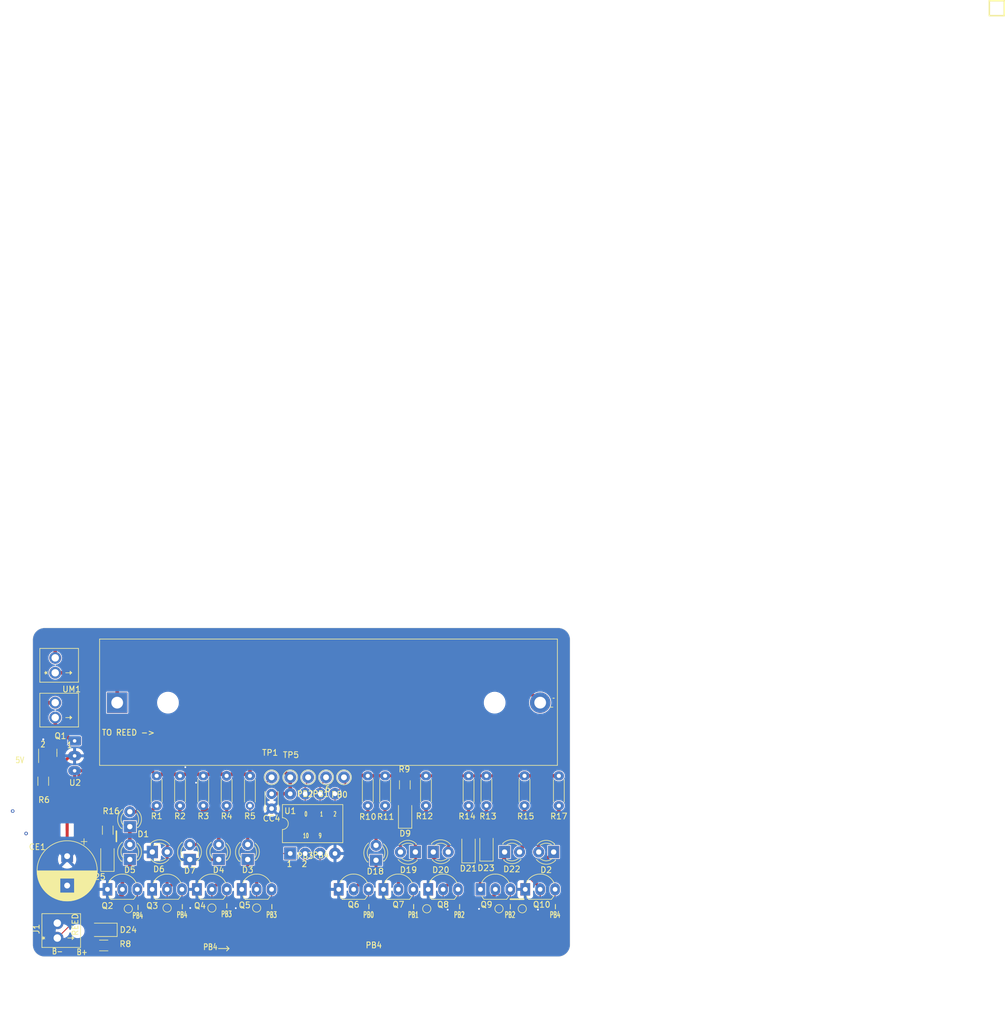
<source format=kicad_pcb>
(kicad_pcb (version 20211014) (generator pcbnew)
  (title_block (title "Fairy Box") (date "2022-09-25") (rev "v0.1") (company "Mico Pico") (comment 1 "This is the best"))
  (layers (0 "F.Cu" signal "Front") (31 "B.Cu" signal "Back") (36 "B.SilkS" user "B.Silkscreen") (37 "F.SilkS" user "F.Silkscreen") (38 "B.Mask" user) (39 "F.Mask" user) (44 "Edge.Cuts" user))
  (net 0 "")
  (net 1 "GND")
  (net 2 "Net-(D4-Pad1)")
  (net 3 "/Q9_COL")
  (net 4 "/Q5_COL")
  (net 5 "/D20_AN")
  (net 6 "+5V")
  (net 7 "/Q4_COL")
  (net 8 "/D5_AN")
  (net 9 "/D1_AN")
  (net 10 "/Q2_COL")
  (net 11 "/D18_AN")
  (net 12 "/Q6_COL")
  (net 13 "/D2_AN")
  (net 14 "/Q7_COL")
  (net 15 "/D21_AN")
  (net 16 "/Q8_COL")
  (net 17 "/REED_RETURN")
  (net 18 "/D22_AN")
  (net 19 "/D23_AN")
  (net 20 "/D19_AN")
  (net 21 "/Q10_COL")
  (net 22 "/D3_AN")
  (net 23 "/LI-ION_NEG")
  (net 24 "/D9_AN")
  (net 25 "/Q1_BASE")
  (net 26 "/D24_AN")
  (net 27 "/CHARGE BOARD OUT B+")
  (net 28 "/CHARGE BOARD OUT B-")
  (net 29 "/MCU GPIO4")
  (net 30 "/MCU GPIO3")
  (net 31 "/MCU GPIO0 MOSI")
  (net 32 "/D25_AN")
  (net 33 "/MCU GPIO1 MISO")
  (net 34 "/MCU RST")
  (net 35 "/LI-ION_POS")
  (net 36 "/MCU GPIO2 SCK")
  (net 37 "/D6_AN")
  (footprint "TestPoint:TestPoint_Pad_D1.0mm" (layer "F.Cu") (at 67.056 98.552)
    (fp_text reference "TP8" hide)
    (fp_text value "Q2_TP" hide)
  )
  (footprint "Package_TO_SOT_THT:TO-92L_Inline_Wide" (layer "F.Cu") (at 71.11 95.25)
    (fp_text reference "Q3")
    (fp_text value locked "C114")
  )
  (footprint "Package_TO_SOT_THT:TO-92L_Inline_Wide" (layer "F.Cu") (at 118.1 95.25)
    (fp_text reference "Q8")
    (fp_text value locked "C114")
  )
  (footprint "UltraLibrary:Via-GND" (layer "F.Cu") (at 76.7588 74.4728)
    (fp_text reference "JP5" hide)
    (fp_text value "ViaGND" hide)
  )
  (footprint "Capacitor_THT:CP_Radial_D10.0mm_P5.00mm" (layer "F.Cu") (at 56.642 89.605723 -90)
    (fp_text reference "CE1")
    (fp_text value locked "2200uF")
  )
  (footprint "Package_TO_SOT_SMD:SOT-23" (layer "F.Cu") (at 53.34 72.0344 90)
    (fp_text reference "Q1")
    (fp_text value locked "SI2302")
  )
  (footprint "UltraLibrary:LED_D3.0mm-DRC-larger-silk-footprint" (layer "F.Cu") (at 67.31 84.587 90)
    (fp_text reference "D1")
    (fp_text value locked "RED")
  )
  (footprint "Connector_Pin:Pin_D1.0mm_L10.0mm" (layer "F.Cu") (at 97.663 76.2)
    (fp_text reference "TP2" hide)
    (fp_text value locked "SCK")
  )
  (footprint "Resistor_THT:R_Axial_DIN0204_L3.6mm_D1.6mm_P5.08mm_Horizontal" (layer "F.Cu") (at 71.882 75.946 -90)
    (fp_text reference "R1")
    (fp_text value locked "68R")
  )
  (footprint "UltraLibrary:PTH-Test_Point" (layer "F.Cu") (at 77.597 98.425)
    (fp_text reference "JP2" hide)
    (fp_text value "ViaGND" hide)
  )
  (footprint "Resistor_SMD:R_1206_3216Metric" (layer "F.Cu") (at 62.865 104.8004)
    (fp_text reference "R8")
    (fp_text value "??R")
  )
  (footprint "UltraLibrary:PTH-Test_Point" (layer "F.Cu") (at 136.779 98.7044)
    (fp_text reference "JP7" hide)
    (fp_text value "ViaGND" hide)
  )
  (footprint "UltraLibrary:HW-107 2.54mm terminals" (layer "F.Cu") (at 57.15 66.04 90)
    (fp_text reference "UM1")
    (fp_text value "HW-107" hide)
  )
  (footprint "UltraLibrary:LED_D3.0mm-DRC-larger-silk-footprint" (layer "F.Cu") (at 131.101665 88.9)
    (fp_text reference "D22")
    (fp_text value locked "BLUE UV")
  )
  (footprint "UltraLibrary:PTH-Test_Point" (layer "F.Cu") (at 85.344 98.4504)
    (fp_text reference "JP6" hide)
    (fp_text value "ViaGND" hide)
  )
  (footprint "UltraLibrary:Via-GND" (layer "F.Cu") (at 78.5876 77.1144)
    (fp_text reference "JP1" hide)
    (fp_text value "ViaGND" hide)
  )
  (footprint "Resistor_THT:R_Axial_DIN0204_L3.6mm_D1.6mm_P5.08mm_Horizontal" (layer "F.Cu") (at 117.721 75.946 -90)
    (fp_text reference "R12")
    (fp_text value locked "100R")
  )
  (footprint "Connector_Pin:Pin_D1.0mm_L10.0mm" (layer "F.Cu") (at 91.44 76.2)
    (fp_text reference "TP1")
    (fp_text value locked "RST")
  )
  (footprint "Connector_Pin:Pin_D1.0mm_L10.0mm" (layer "F.Cu") (at 103.759 76.2)
    (fp_text reference "TP4" hide)
    (fp_text value locked "MOSI")
  )
  (footprint "UltraLibrary:LED_D3.0mm-DRC-larger-silk-footprint" (layer "F.Cu") (at 82.447 90.17 90)
    (fp_text reference "D4")
    (fp_text value locked "RED")
  )
  (footprint "Resistor_THT:R_Axial_DIN0204_L3.6mm_D1.6mm_P5.08mm_Horizontal" (layer "F.Cu") (at 75.85075 75.946 -90)
    (fp_text reference "R2")
    (fp_text value locked "150R")
  )
  (footprint "TestPoint:TestPoint_Pad_D1.0mm" (layer "F.Cu") (at 117.856 98.552)
    (fp_text reference "TP10" hide)
    (fp_text value "Q8_COL_TP" hide)
  )
  (footprint "UltraLibrary:LED_D3.0mm-DRC-larger-silk-footprint" (layer "F.Cu") (at 115.9193 88.9 180)
    (fp_text reference "D19")
    (fp_text value locked "BLUE")
  )
  (footprint "Resistor_THT:R_Axial_DIN0204_L3.6mm_D1.6mm_P5.08mm_Horizontal" (layer "F.Cu") (at 128.016 75.946 -90)
    (fp_text reference "R13")
    (fp_text value locked "470R")
  )
  (footprint "Resistor_THT:R_Axial_DIN0204_L3.6mm_D1.6mm_P5.08mm_Horizontal" (layer "F.Cu") (at 140.335 75.946 -90)
    (fp_text reference "R17")
    (fp_text value locked "150R")
  )
  (footprint "TestPoint:TestPoint_Pad_D1.0mm" (layer "F.Cu") (at 130.1496 98.552)
    (fp_text reference "TP11" hide)
    (fp_text value "Q9_COL_TP" hide)
  )
  (footprint "Connector_Pin:Pin_D1.0mm_L10.0mm" (layer "F.Cu") (at 94.615 76.2)
    (fp_text reference "TP5")
    (fp_text value locked "VCC")
  )
  (footprint "TestPoint:TestPoint_Pad_D1.0mm" (layer "F.Cu") (at 88.9 98.425)
    (fp_text reference "TP9" hide)
    (fp_text value "Q5_COL TP")
  )
  (footprint "TestPoint:TestPoint_Pad_D1.0mm" (layer "F.Cu") (at 81.28 98.425)
    (fp_text reference "TP6" hide)
    (fp_text value "TPP" hide)
  )
  (footprint "UltraLibrary:LED_D3.0mm-DRC-larger-silk-footprint" (layer "F.Cu") (at 139.451 88.9 180)
    (fp_text reference "D2")
    (fp_text value locked "RED")
  )
  (footprint "UltraLibrary:LED_D3.0mm-DRC-larger-silk-footprint" (layer "F.Cu") (at 87.376 90.17 90)
    (fp_text reference "D3")
    (fp_text value locked "BLUE")
  )
  (footprint "Package_TO_SOT_THT:TO-92L_Inline_Wide" (layer "F.Cu") (at 102.87 95.25)
    (fp_text reference "Q6")
    (fp_text value locked "C114")
  )
  (footprint "UltraLibrary:Via-GND" (layer "F.Cu") (at 47.371 81.9404)
    (fp_text reference "JP9" hide)
    (fp_text value "ViaGND" hide)
  )
  (footprint "UltraLibrary:LED_D3.0mm-DRC-larger-silk-footprint" (layer "F.Cu") (at 109.22 90.302 90)
    (fp_text reference "D18")
    (fp_text value locked "YELLOW")
  )
  (footprint "Resistor_THT:R_Axial_DIN0204_L3.6mm_D1.6mm_P5.08mm_Horizontal" (layer "F.Cu") (at 110.763 75.946 -90)
    (fp_text reference "R11")
    (fp_text value locked "100R")
  )
  (footprint "Package_TO_SOT_THT:TO-92L_Inline_Wide" (layer "F.Cu") (at 110.485 95.25)
    (fp_text reference "Q7")
    (fp_text value locked "C114")
  )
  (footprint "Package_TO_SOT_THT:TO-92L_Inline_Wide" (layer "F.Cu") (at 78.74 95.25)
    (fp_text reference "Q4")
    (fp_text value locked "C114")
  )
  (footprint "Package_TO_SOT_THT:TO-92L_Inline_Wide" (layer "F.Cu") (at 86.36 95.25)
    (fp_text reference "Q5")
    (fp_text value locked "C114")
  )
  (footprint "Package_TO_SOT_THT:TO-92L_Inline_Wide" (layer "F.Cu") (at 134.62 95.25)
    (fp_text reference "Q10")
    (fp_text value locked "C114")
  )
  (footprint "Diode_SMD:D_1206_3216Metric" (layer "F.Cu") (at 63.5 89.916 90)
    (fp_text reference "D25")
    (fp_text value "RED")
  )
  (footprint "Resistor_THT:R_Axial_DIN0204_L3.6mm_D1.6mm_P5.08mm_Horizontal" (layer "F.Cu") (at 87.757 81.026 90)
    (fp_text reference "R5")
    (fp_text value locked "10K")
  )
  (footprint "UltraLibrary:LED_D3.0mm-DRC-larger-silk-footprint" (layer "F.Cu") (at 118.9686 88.9)
    (fp_text reference "D20")
    (fp_text value locked "BLUE UV")
  )
  (footprint "UltraLibrary:KF128-2P" (layer "F.Cu") (at 55.7276 103.5304 90)
    (fp_text reference "J1")
    (fp_text value "REED")
  )
  (footprint "Connector_Pin:Pin_D1.0mm_L10.0mm" (layer "F.Cu") (at 100.711 76.2)
    (fp_text reference "TP3" hide)
    (fp_text value locked "MISO")
  )
  (footprint "UltraLibrary:LED_D3.0mm-DRC-larger-silk-footprint" (layer "F.Cu") (at 71.139 88.895)
    (fp_text reference "D6")
    (fp_text value locked "BLUE")
  )
  (footprint "UltraLibrary:LED_D3.0mm-DRC-larger-silk-footprint" (layer "F.Cu") (at 77.518 90.17 90)
    (fp_text reference "D7")
    (fp_text value locked "RED")
  )
  (footprint "TestPoint:TestPoint_Pad_D1.0mm" (layer "F.Cu") (at 134.112 98.552)
    (fp_text reference "TP12" hide)
    (fp_text value "Q10_COL_TP" hide)
  )
  (footprint "Resistor_SMD:R_1206_3216Metric" (layer "F.Cu") (at 63.5508 85.1916 -90)
    (fp_text reference "R16")
    (fp_text value locked "??R")
  )
  (footprint "Battery:18650 battery sled 1x" (layer "F.Cu") (at 65.16 62.738)
    (fp_text reference "BAT1" hide)
    (fp_text value locked "3.7 V")
  )
  (footprint "UltraLibrary:PTH-Test_Point" (layer "F.Cu") (at 121.412 98.7044)
    (fp_text reference "JP4" hide)
    (fp_text value "ViaGND" hide)
  )
  (footprint "Resistor_THT:R_Axial_DIN0204_L3.6mm_D1.6mm_P5.08mm_Horizontal" (layer "F.Cu") (at 83.78825 75.946 -90)
    (fp_text reference "R4")
    (fp_text value locked "150R")
  )
  (footprint "Resistor_SMD:R_1206_3216Metric" (layer "F.Cu") (at 52.578 76.8604 90)
    (fp_text reference "R6")
    (fp_text value "1K")
  )
  (footprint "Resistor_THT:R_Axial_DIN0204_L3.6mm_D1.6mm_P5.08mm_Horizontal" (layer "F.Cu") (at 134.493 75.946 -90)
    (fp_text reference "R15")
    (fp_text value locked "100R")
  )
  (footprint "Diode_SMD:D_1206_3216Metric" (layer "F.Cu") (at 128.016 88.1664 90)
    (fp_text reference "D23")
    (fp_text value "RED")
  )
  (footprint "Package_TO_SOT_THT:TO-92L_Inline_Wide" (layer "F.Cu") (at 63.5 95.25)
    (fp_text reference "Q2")
    (fp_text value locked "C114")
  )
  (footprint "TestPoint:TestPoint_Pad_D1.0mm" (layer "F.Cu") (at 73.66 98.425)
    (fp_text reference "TP7" hide)
    (fp_text value "Q3_COL TP" hide)
  )
  (footprint "UltraLibrary:PTH-Test_Point" (layer "F.Cu") (at 126.746 98.5774)
    (fp_text reference "JP8" hide)
    (fp_text value "ViaGND" hide)
  )
  (footprint "Resistor_SMD:R_1206_3216Metric" (layer "F.Cu") (at 114.123 77.4734 -90)
    (fp_text reference "R9")
    (fp_text value "??R")
  )
  (footprint "Resistor_THT:R_Axial_DIN0204_L3.6mm_D1.6mm_P5.08mm_Horizontal" (layer "F.Cu") (at 107.815 75.946 -90)
    (fp_text reference "R10")
    (fp_text value locked "100R")
  )
  (footprint "Resistor_THT:R_Axial_DIN0204_L3.6mm_D1.6mm_P5.08mm_Horizontal" (layer "F.Cu") (at 79.8195 75.946 -90)
    (fp_text reference "R3")
    (fp_text value locked "47R")
  )
  (footprint "UltraLibrary:Via-GND" (layer "F.Cu") (at 49.657 85.7504)
    (fp_text reference "JP3" hide)
    (fp_text value "ViaGND" hide)
  )
  (footprint "Capacitor_THT:C_Disc_D3.0mm_W2.0mm_P2.50mm" (layer "F.Cu") (at 91.44 79.014 -90)
    (fp_text reference "CC4")
    (fp_text value locked "0.22uF")
  )
  (footprint "UltraLibrary:3p-P2.54mm-big-pad-wire-holes" (layer "F.Cu") (at 57.912 70.0024 -90)
    (fp_text reference "U2")
    (fp_text value locked "CJ7032")
  )
  (footprint "Diode_SMD:D_1206_3216Metric" (layer "F.Cu") (at 62.865 102.1334 180)
    (fp_text reference "D24")
    (fp_text value "BLUE")
  )
  (footprint "Diode_SMD:D_1206_3216Metric" (layer "F.Cu") (at 114.173 82.5754 90)
    (fp_text reference "D9")
    (fp_text value "BLUE")
  )
  (footprint "UltraLibrary:LED_D3.0mm-DRC-larger-silk-footprint" (layer "F.Cu") (at 67.31 90.17 90)
    (fp_text reference "D5")
    (fp_text value locked "RED")
  )
  (footprint "Package_DIP:DIP-8_W10.16mm" (layer "F.Cu") (at 94.615 89.154 90)
    (fp_text reference "U1")
    (fp_text value locked "ATTINY85")
  )
  (footprint "Package_TO_SOT_THT:TO-92L_Inline_Wide" (layer "F.Cu") (at 126.99 95.25)
    (fp_text reference "Q9")
    (fp_text value locked "C114")
  )
  (footprint "Resistor_THT:R_Axial_DIN0204_L3.6mm_D1.6mm_P5.08mm_Horizontal" (layer "F.Cu") (at 124.968 75.946 -90)
    (fp_text reference "R14")
    (fp_text value locked "150R")
  )
  (footprint "Diode_SMD:D_1206_3216Metric_Pad1.42x1.75mm_HandSolder" (layer "F.Cu") (at 124.968 88.2904 90)
    (fp_text reference "D21")
    (fp_text value "BLUE")
  )
  (gr_line (start 132.08 96.9264) (end 134.366 96.9264) (layer "F.SilkS") (width 0.254))
  (gr_line (start 76.2508 98.5774) (end 76.2508 97.8154) (layer "F.SilkS") (width 0.153))
  (gr_line (start 123.444 98.5774) (end 123.444 97.8154) (layer "F.SilkS") (width 0.153))
  (gr_line (start 65.024 85.344) (end 65.024 87.122) (layer "F.SilkS") (width 0.254))
  (gr_line (start 83.8073 104.9401) (end 84.1883 105.3211) (layer "F.SilkS") (width 0.153))
  (gr_line (start 82.4103 105.3211) (end 84.1883 105.3211) (layer "F.SilkS") (width 0.153))
  (gr_line (start 91.4908 98.5774) (end 91.4908 97.8154) (layer "F.SilkS") (width 0.153))
  (gr_line (start 115.6208 98.5774) (end 115.6208 97.8154) (layer "F.SilkS") (width 0.153))
  (gr_line (start 139.7508 98.5774) (end 139.7508 97.8154) (layer "F.SilkS") (width 0.153))
  (gr_line (start 108.0008 98.5774) (end 108.0008 97.8154) (layer "F.SilkS") (width 0.153))
  (gr_rect (start 216.154 -53.34) (end 213.614 -55.88) (layer "F.SilkS") (width 0.254) (fill none))
  (gr_line (start 68.707 98.7044) (end 68.707 97.9424) (layer "F.SilkS") (width 0.153))
  (gr_line (start 132.08 98.5774) (end 132.08 97.8154) (layer "F.SilkS") (width 0.153))
  (gr_line (start 83.82 98.4504) (end 83.82 97.6884) (layer "F.SilkS") (width 0.153))
  (gr_line (start 83.7946 105.7148) (end 84.1756 105.3338) (layer "F.SilkS") (width 0.153))
  (gr_line (start 142.24 104.68) (end 142.24 52.8) (layer "Edge.Cuts") (width 0.0381))
  (gr_arc (start 50.8 52.8) (mid 51.385786 51.385786) (end 52.8 50.8) (layer "Edge.Cuts") (width 0.0381))
  (gr_arc (start 52.8 106.68) (mid 51.385275 106.094725) (end 50.8 104.68) (layer "Edge.Cuts") (width 0.0381))
  (gr_line (start 140.24 50.8) (end 52.8 50.8) (layer "Edge.Cuts") (width 0.0381))
  (gr_arc (start 140.24 50.8) (mid 141.654214 51.385786) (end 142.24 52.8) (layer "Edge.Cuts") (width 0.0381))
  (gr_line (start 50.8 52.8) (end 50.8 104.68) (layer "Edge.Cuts") (width 0.0381))
  (gr_arc (start 142.24 104.68) (mid 141.645042 106.085042) (end 140.24 106.68) (layer "Edge.Cuts") (width 0.0381))
  (gr_line (start 140.24 106.68) (end 52.8 106.68) (layer "Edge.Cuts") (width 0.0381))
  (gr_text "PB0" (at 102.997 79.1464) (layer "F.SilkS") (effects (font (size 1 0.93) (thickness 0.155))))
  (gr_text "TO REED ->" (at 67.056 68.58) (layer "F.SilkS") (effects (font (size 1 0.93) (thickness 0.155))))
  (gr_text "PB4" (at 68.6562 99.7204) (layer "F.SilkS") (effects (font (size 1 0.6))))
  (gr_text "10" (at 97.282 86.1314) (layer "F.SilkS") (effects (font (size 0.8 0.5) (thickness 0.125))))
  (gr_text "2" (at 97.028 90.932) (layer "F.SilkS") (effects (font (size 1 0.93) (thickness 0.155))))
  (gr_text "PB3" (at 97.155 89.5604) (layer "F.SilkS") (effects (font (size 1 0.93) (thickness 0.155))))
  (gr_text "5V" (at 48.5902 73.279) (layer "F.SilkS") (effects (font (size 1 0.8128) (thickness 0.153))))
  (gr_text "1" (at 99.949 82.4484) (layer "F.SilkS") (effects (font (size 0.8 0.5) (thickness 0.125))))
  (gr_text "PB3" (at 83.7692 99.4664) (layer "F.SilkS") (effects (font (size 1 0.6))))
  (gr_text "B+" (at 59.182 105.918) (layer "F.SilkS") (effects (font (size 1 0.8128) (thickness 0.153))))
  (gr_text "6" (at 100.9904 78.1812) (layer "F.SilkS") (effects (font (size 1 0.93) (thickness 0.155))))
  (gr_text "PB4" (at 76.2 99.5934) (layer "F.SilkS") (effects (font (size 1 0.6))))
  (gr_text "2" (at 102.235 82.4484) (layer "F.SilkS") (effects (font (size 0.8 0.5) (thickness 0.125))))
  (gr_text "9" (at 99.695 86.1314) (layer "F.SilkS") (effects (font (size 0.8 0.5) (thickness 0.125))))
  (gr_text "PB3" (at 91.44 99.5934) (layer "F.SilkS") (effects (font (size 1 0.6))))
  (gr_text "PB4" (at 108.839 104.7496) (layer "F.SilkS") (effects (font (size 1 0.93) (thickness 0.155))))
  (gr_text "1" (at 94.488 90.932) (layer "F.SilkS") (effects (font (size 1 0.93) (thickness 0.155))))
  (gr_text "PB4" (at 139.7 99.5934) (layer "F.SilkS") (effects (font (size 1 0.6))))
  (gr_text "PB2" (at 132.0292 99.5934) (layer "F.SilkS") (effects (font (size 1 0.6))))
  (gr_text "PB2" (at 123.3932 99.5934) (layer "F.SilkS") (effects (font (size 1 0.6))))
  (gr_text "PB2" (at 97.155 79.0194) (layer "F.SilkS") (effects (font (size 1 0.93) (thickness 0.155))))
  (gr_text "B-" (at 54.991 105.791) (layer "F.SilkS") (effects (font (size 1 0.8128) (thickness 0.153))))
  (gr_text "PB4" (at 81.026 105.0544) (layer "F.SilkS") (effects (font (size 1 0.8128) (thickness 0.153))))
  (gr_text "PB1" (at 115.57 99.5934) (layer "F.SilkS") (effects (font (size 1 0.6))))
  (gr_text "1" (at 57.0484 70.7136) (layer "F.SilkS") (effects (font (size 1 0.8128) (thickness 0.153))))
  (gr_text "2" (at 52.5272 70.5866) (layer "F.SilkS") (effects (font (size 1 0.8128) (thickness 0.153))))
  (gr_text "PB4" (at 99.822 89.4334) (layer "F.SilkS") (effects (font (size 1 0.93) (thickness 0.155))))
  (gr_text "PB1" (at 99.822 79.0194) (layer "F.SilkS") (effects (font (size 1 0.93) (thickness 0.155))))
  (gr_text "0" (at 97.282 82.4484) (layer "F.SilkS") (effects (font (size 0.8 0.5) (thickness 0.125))))
  (gr_text "PB0" (at 107.95 99.5934) (layer "F.SilkS") (effects (font (size 1 0.6))))
  (segment (start 55.626 74.0664) (end 55.626 79.6544) (width 0.508) (layer "F.Cu") (net 1))
  (segment (start 55.626 79.6544) (end 54.102 81.4324) (width 0.508) (layer "F.Cu") (net 1))
  (segment (start 54.102 92.065723) (end 56.642 94.605723) (width 0.508) (layer "F.Cu") (net 1))
  (segment (start 54.102 81.4324) (end 54.102 92.065723) (width 0.508) (layer "F.Cu") (net 1))
  (segment (start 57.15 72.5424) (end 55.626 74.0664) (width 0.508) (layer "F.Cu") (net 1))
  (segment (start 53.34 70.5104) (end 53.34 71.0969) (width 0.508) (layer "F.Cu") (net 1))
  (segment (start 52.578 69.7484) (end 53.34 70.5104) (width 0.508) (layer "F.Cu") (net 1))
  (via (at 52.578 69.7484) (size 0.9) (drill 0.35) (layers "F.Cu" "B.Cu") (net 1))
  (segment (start 82.447 90.17) (end 80.9752 90.17) (width 0.508) (layer "F.Cu") (net 2))
  (segment (start 80.1116 88.4428) (end 79.2988 87.63) (width 0.508) (layer "F.Cu") (net 2))
  (segment (start 80.9752 90.17) (end 80.1116 89.3064) (width 0.508) (layer "F.Cu") (net 2))
  (segment (start 80.1116 89.3064) (end 80.1116 88.4428) (width 0.508) (layer "F.Cu") (net 2))
  (segment (start 79.2988 87.63) (end 77.518 87.63) (width 0.508) (layer "F.Cu") (net 2))
  (segment (start 129.53 96.0728) (end 129.53 95.25) (width 0.508) (layer "F.Cu") (net 3))
  (segment (start 125.2728 93.6752) (end 125.2728 97.1804) (width 0.508) (layer "F.Cu") (net 3))
  (segment (start 125.2728 97.1804) (end 125.6284 97.536) (width 0.508) (layer "F.Cu") (net 3))
  (segment (start 135.8696 92.4814) (end 126.4666 92.4814) (width 0.508) (layer "F.Cu") (net 3))
  (segment (start 125.6284 97.536) (end 128.0668 97.536) (width 0.508) (layer "F.Cu") (net 3))
  (segment (start 126.4666 92.4814) (end 125.2728 93.6752) (width 0.508) (layer "F.Cu") (net 3))
  (segment (start 128.0668 97.536) (end 129.53 96.0728) (width 0.508) (layer "F.Cu") (net 3))
  (segment (start 130.1496 98.552) (end 130.1496 95.8696) (width 0.15) (layer "F.Cu") (net 3))
  (segment (start 139.451 88.9) (end 135.8696 92.4814) (width 0.508) (layer "F.Cu") (net 3))
  (segment (start 88.9 93.4212) (end 88.9 95.25) (width 0.508) (layer "F.Cu") (net 4))
  (segment (start 87.376 91.8972) (end 88.9 93.4212) (width 0.508) (layer "F.Cu") (net 4))
  (segment (start 88.9 98.425) (end 88.9 95.25) (width 0.2) (layer "F.Cu") (net 4))
  (segment (start 87.376 90.17) (end 87.376 91.8972) (width 0.508) (layer "F.Cu") (net 4))
  (segment (start 117.729 81.153) (end 117.729 83.693) (width 0.6) (layer "F.Cu") (net 5))
  (segment (start 117.729 83.693) (end 121.5086 87.4726) (width 0.6) (layer "F.Cu") (net 5))
  (segment (start 121.5086 88.9) (end 121.5086 87.4726) (width 0.6) (layer "F.Cu") (net 5))
  (segment (start 88.392 73.787) (end 92.329 73.787) (width 0.6) (layer "F.Cu") (net 6))
  (segment (start 91.46 78.994) (end 94.615 78.994) (width 0.6) (layer "F.Cu") (net 6))
  (segment (start 117.721 75.946) (end 140.335 75.946) (width 0.508) (layer "F.Cu") (net 6))
  (segment (start 61.341 104.8004) (end 59.944 103.4034) (width 0.508) (layer "F.Cu") (net 6))
  (segment (start 56.642 85.160723) (end 56.642 83.8454) (width 0.508) (layer "F.Cu") (net 6))
  (segment (start 106.9594 75.946) (end 104.8004 73.787) (width 0.508) (layer "F.Cu") (net 6))
  (segment (start 56.642 83.8454) (end 56.642 89.605723) (width 0.508) (layer "F.Cu") (net 6))
  (segment (start 71.0184 75.0824) (end 71.882 75.946) (width 0.508) (layer "F.Cu") (net 6))
  (segment (start 87.757 74.422) (end 87.757 75.946) (width 0.6) (layer "F.Cu") (net 6))
  (segment (start 61.468 85.1916) (end 62.9305 83.7291) (width 0.508) (layer "F.Cu") (net 6))
  (segment (start 59.944 101.2444) (end 61.468 99.7204) (width 0.508) (layer "F.Cu") (net 6))
  (segment (start 92.329 73.787) (end 104.8004 73.787) (width 0.6) (layer "F.Cu") (net 6))
  (segment (start 59.944 103.4034) (end 59.944 101.2444) (width 0.508) (layer "F.Cu") (net 6))
  (segment (start 56.642 77.4954) (end 57.912 76.2254) (width 0.508) (layer "F.Cu") (net 6))
  (segment (start 57.912 76.2254) (end 57.912 75.0824) (width 0.508) (layer "F.Cu") (net 6))
  (segment (start 88.392 73.787) (end 87.757 74.422) (width 0.6) (layer "F.Cu") (net 6))
  (segment (start 61.468 99.7204) (end 61.468 85.1916) (width 0.508) (layer "F.Cu") (net 6))
  (segment (start 117.721 75.946) (end 107.815 75.946) (width 0.508) (layer "F.Cu") (net 6))
  (segment (start 63.5 80.6704) (end 57.912 75.0824) (width 0.508) (layer "F.Cu") (net 6))
  (segment (start 92.329 73.787) (end 92.329 73.914) (width 0.6) (layer "F.Cu") (net 6))
  (segment (start 94.615 78.994) (end 94.615 76.2) (width 0.6) (layer "F.Cu") (net 6))
  (segment (start 57.912 75.0824) (end 71.0184 75.0824) (width 0.508) (layer "F.Cu") (net 6))
  (segment (start 140.335 75.946) (end 134.493 75.946) (width 0.6) (layer "F.Cu") (net 6))
  (segment (start 56.642 83.8454) (end 56.642 77.4954) (width 0.508) (layer "F.Cu") (net 6))
  (segment (start 63.5 83.6783) (end 63.5 80.6704) (width 0.508) (layer "F.Cu") (net 6))
  (segment (start 63.5508 83.7291) (end 63.5 83.6783) (width 0.508) (layer "F.Cu") (net 6))
  (segment (start 92.329 73.914) (end 94.615 76.2) (width 0.6) (layer "F.Cu") (net 6))
  (segment (start 110.763 75.946) (end 107.815 75.946) (width 0.6) (layer "F.Cu") (net 6))
  (segment (start 107.815 75.946) (end 106.9594 75.946) (width 0.508) (layer "F.Cu") (net 6))
  (segment (start 71.76 75.667) (end 87.478 75.667) (width 0.6) (layer "F.Cu") (net 6))
  (segment (start 81.28 98.425) (end 81.28 95.25) (width 0.2) (layer "F.Cu") (net 7))
  (segment (start 79.6925 82.2579) (end 80.2132 81.7372) (width 0.508) (layer "F.Cu") (net 7))
  (segment (start 79.6925 82.0039) (end 79.6925 82.2833) (width 0.6) (layer "F.Cu") (net 7))
  (segment (start 84.9376 86.1441) (end 79.8195 81.026) (width 0.508) (layer "F.Cu") (net 7))
  (segment (start 79.6925 82.2833) (end 79.6925 82.2579) (width 0.508) (layer "F.Cu") (net 7))
  (segment (start 81.28 95.25) (end 84.9376 91.5924) (width 0.508) (layer "F.Cu") (net 7))
  (segment (start 82.447 85.495) (end 82.447 87.225) (width 0.6) (layer "F.Cu") (net 7))
  (segment (start 79.6925 80.747) (end 79.6925 82.0039) (width 0.6) (layer "F.Cu") (net 7))
  (segment (start 79.6925 82.2833) (end 79.6925 82.7405) (width 0.6) (layer "F.Cu") (net 7))
  (segment (start 79.6925 82.7405) (end 82.447 85.495) (width 0.6) (layer "F.Cu") (net 7))
  (segment (start 84.9376 91.5924) (end 84.9376 86.1441) (width 0.508) (layer "F.Cu") (net 7))
  (segment (start 67.31 87.63) (end 67.31 84.587) (width 0.6) (layer "F.Cu") (net 8))
  (segment (start 67.31 82.047) (end 70.861 82.047) (width 0.6) (layer "F.Cu") (net 9))
  (segment (start 70.861 82.047) (end 71.882 81.026) (width 0.6) (layer "F.Cu") (net 9))
  (segment (start 67.31 92.71) (end 67.31 90.17) (width 0.6) (layer "F.Cu") (net 10))
  (segment (start 65.7972 93.6132) (end 65.8592 93.6752) (width 0.508) (layer "F.Cu") (net 10))
  (segment (start 66.04 96.52) (end 65.532 96.52) (width 0.508) (layer "F.Cu") (net 10))
  (segment (start 66.04 93.856) (end 65.7972 93.6132) (width 0.508) (layer "F.Cu") (net 10))
  (segment (start 66.04 95.25) (end 66.04 96.52) (width 0.508) (layer "F.Cu") (net 10))
  (segment (start 66.04 95.25) (end 66.04 93.98) (width 0.6) (layer "F.Cu") (net 10))
  (segment (start 64.265 97.787) (end 65.532 96.52) (width 0.508) (layer "F.Cu") (net 10))
  (segment (start 66.04 97.536) (end 67.056 98.552) (width 0.508) (layer "F.Cu") (net 10))
  (segment (start 66.04 93.98) (end 66.3448 93.6752) (width 0.6) (layer "F.Cu") (net 10))
  (segment (start 65.7972 93.6132) (end 63.5 91.316) (width 0.508) (layer "F.Cu") (net 10))
  (segment (start 66.3448 93.6752) (end 67.31 92.71) (width 0.6) (layer "F.Cu") (net 10))
  (segment (start 65.8592 93.6752) (end 66.3448 93.6752) (width 0.508) (layer "F.Cu") (net 10))
  (segment (start 65.532 96.52) (end 66.04 96.012) (width 0.508) (layer "F.Cu") (net 10))
  (segment (start 66.04 95.25) (end 66.04 93.856) (width 0.508) (layer "F.Cu") (net 10))
  (segment (start 66.04 96.52) (end 66.04 97.536) (width 0.508) (layer "F.Cu") (net 10))
  (segment (start 64.265 97.787) (end 64.265 102.1334) (width 0.508) (layer "F.Cu") (net 10))
  (segment (start 109.22 84.7725) (end 107.823 83.3755) (width 0.508) (layer "F.Cu") (net 11))
  (segment (start 109.22 87.762) (end 109.22 84.7725) (width 0.508) (layer "F.Cu") (net 11))
  (segment (start 107.823 83.3755) (end 107.823 80.907) (width 0.508) (layer "F.Cu") (net 11))
  (segment (start 115.9193 85.7217) (end 115.9193 88.9) (width 0.508) (layer "F.Cu") (net 12))
  (segment (start 109.22 91.6432) (end 109.22 90.302) (width 0.508) (layer "F.Cu") (net 12))
  (segment (start 114.173 83.9754) (end 115.9193 85.7217) (width 0.508) (layer "F.Cu") (net 12))
  (segment (start 107.95 92.71) (end 105.41 95.25) (width 0.508) (layer "F.Cu") (net 12))
  (segment (start 110.2868 92.71) (end 109.8296 92.2528) (width 0.508) (layer "F.Cu") (net 12))
  (segment (start 112.6744 91.3384) (end 111.3028 92.71) (width 0.508) (layer "F.Cu") (net 12))
  (segment (start 109.8296 92.2528) (end 109.22 91.6432) (width 0.508) (layer "F.Cu") (net 12))
  (segment (start 115.9193 90.0747) (end 114.6556 91.3384) (width 0.508) (layer "F.Cu") (net 12))
  (segment (start 107.95 92.71) (end 111.3028 92.71) (width 0.508) (layer "F.Cu") (net 12))
  (segment (start 115.9193 88.9) (end 115.9193 90.0747) (width 0.508) (layer "F.Cu") (net 12))
  (segment (start 114.6556 91.3384) (end 112.6744 91.3384) (width 0.508) (layer "F.Cu") (net 12))
  (segment (start 109.3724 92.71) (end 109.8296 92.2528) (width 0.508) (layer "F.Cu") (net 12))
  (segment (start 140.335 83.693) (end 140.335 80.874) (width 0.6) (layer "F.Cu") (net 13))
  (segment (start 136.911 89.408) (end 136.911 87.117) (width 0.6) (layer "F.Cu") (net 13))
  (segment (start 136.911 87.117) (end 140.335 83.693) (width 0.6) (layer "F.Cu") (net 13))
  (segment (start 118.9686 88.9) (end 118.9686 89.8602) (width 0.508) (layer "F.Cu") (net 14))
  (segment (start 120.8024 91.694) (end 121.92 91.694) (width 0.508) (layer "F.Cu") (net 14))
  (segment (start 113.025 95.25) (end 113.025 93.8072) (width 0.508) (layer "F.Cu") (net 14))
  (segment (start 119.888 91.694) (end 120.8024 91.694) (width 0.508) (layer "F.Cu") (net 14))
  (segment (start 114.0714 92.7608) (end 117.856 92.7608) (width 0.508) (layer "F.Cu") (net 14))
  (segment (start 119.888 91.6432) (end 120.142 91.3892) (width 0.508) (layer "F.Cu") (net 14))
  (segment (start 117.856 92.7608) (end 118.9228 91.694) (width 0.508) (layer "F.Cu") (net 14))
  (segment (start 118.9228 91.694) (end 119.888 91.694) (width 0.508) (layer "F.Cu") (net 14))
  (segment (start 121.92 91.694) (end 123.8361 89.7779) (width 0.508) (layer "F.Cu") (net 14))
  (segment (start 113.025 93.8072) (end 114.0714 92.7608) (width 0.508) (layer "F.Cu") (net 14))
  (segment (start 118.9686 89.8602) (end 120.8024 91.694) (width 0.508) (layer "F.Cu") (net 14))
  (segment (start 123.8361 89.7779) (end 125.476 89.7779) (width 0.508) (layer "F.Cu") (net 14))
  (segment (start 119.888 91.694) (end 119.888 91.6432) (width 0.508) (layer "F.Cu") (net 14))
  (segment (start 134.493 86.487) (end 134.493 81.026) (width 0.6) (layer "F.Cu") (net 15))
  (segment (start 134.112 86.868) (end 134.493 86.487) (width 0.6) (layer "F.Cu") (net 15))
  (segment (start 134.112 88.9) (end 134.112 86.868) (width 0.6) (layer "F.Cu") (net 15))
  (segment (start 128.143 89.9414) (end 128.016 89.8144) (width 0.508) (layer "F.Cu") (net 16))
  (segment (start 124.3484 91.5416) (end 127.9652 91.5416) (width 0.508) (layer "F.Cu") (net 16))
  (segment (start 120.64 97.165) (end 120.64 95.25) (width 0.15) (layer "F.Cu") (net 16))
  (segment (start 117.856 98.552) (end 118.618 97.79) (width 0.2) (layer "F.Cu") (net 16))
  (segment (start 120.015 97.79) (end 120.2309 97.5741) (width 0.2) (layer "F.Cu") (net 16))
  (segment (start 118.618 97.79) (end 120.015 97.79) (width 0.2) (layer "F.Cu") (net 16))
  (segment (start 127.9652 89.6172) (end 128.016 89.5664) (width 0.508) (layer "F.Cu") (net 16))
  (segment (start 124.3484 91.5416) (end 120.64 95.25) (width 0.508) (layer "F.Cu") (net 16))
  (segment (start 127.9652 91.5416) (end 127.9652 89.6172) (width 0.508) (layer "F.Cu") (net 16))
  (segment (start 120.2309 97.5741) (end 120.64 97.165) (width 0.15) (layer "F.Cu") (net 16))
  (segment (start 131.101665 89.979935) (end 129.54 91.5416) (width 0.508) (layer "F.Cu") (net 16))
  (segment (start 127.9652 91.5416) (end 129.54 91.5416) (width 0.508) (layer "F.Cu") (net 16))
  (segment (start 131.101665 89.979935) (end 131.101665 88.9) (width 0.508) (layer "F.Cu") (net 16))
  (segment (start 52.578 78.3229) (end 52.578 98.0694) (width 0.1524) (layer "F.Cu") (net 17))
  (segment (start 52.578 98.6028) (end 52.578 98.0694) (width 0.1524) (layer "F.Cu") (net 17))
  (segment (start 54.9656 100.9904) (end 52.578 98.6028) (width 0.1524) (layer "F.Cu") (net 17))
  (segment (start 124.968 86.8029) (end 124.968 81.026) (width 0.508) (layer "F.Cu") (net 18))
  (segment (start 128.016 86.7664) (end 128.016 81.026) (width 0.508) (layer "F.Cu") (net 19))
  (segment (start 113.3793 87.3443) (end 113.3793 88.699967) (width 0.508) (layer "F.Cu") (net 20))
  (segment (start 110.744 80.88) (end 110.744 84.709) (width 0.508) (layer "F.Cu") (net 20))
  (segment (start 110.744 84.709) (end 113.3793 87.3443) (width 0.508) (layer "F.Cu") (net 20))
  (segment (start 126.99 93.7868) (end 126.99 95.25) (width 0.508) (layer "F.Cu") (net 21))
  (segment (start 135.4836 97.1804) (end 136.7536 97.1804) (width 0.2) (layer "F.Cu") (net 21))
  (segment (start 137.16 96.774) (end 137.16 95.25) (width 0.2) (layer "F.Cu") (net 21))
  (segment (start 135.613222 93.4212) (end 127.3556 93.4212) (width 0.508) (layer "F.Cu") (net 21))
  (segment (start 134.112 98.552) (end 135.4836 97.1804) (width 0.2) (layer "F.Cu") (net 21))
  (segment (start 137.16 94.967978) (end 135.613222 93.4212) (width 0.508) (layer "F.Cu") (net 21))
  (segment (start 127.3556 93.4212) (end 126.99 93.7868) (width 0.508) (layer "F.Cu") (net 21))
  (segment (start 136.7536 97.1804) (end 137.16 96.774) (width 0.2) (layer "F.Cu") (net 21))
  (segment (start 87.376 87.63) (end 87.376 86.4616) (width 0.508) (layer "F.Cu") (net 22))
  (segment (start 87.376 86.4616) (end 83.78825 82.87385) (width 0.508) (layer "F.Cu") (net 22))
  (segment (start 83.78825 82.87385) (end 83.78825 81.026) (width 0.508) (layer "F.Cu") (net 22))
  (segment (start 55.372 53.2892) (end 54.61 54.0512) (width 0.6) (layer "F.Cu") (net 23))
  (segment (start 70.104 53.2892) (end 55.372 53.2892) (width 0.6) (layer "F.Cu") (net 23))
  (segment (start 129.54 55.88) (end 72.6948 55.88) (width 0.6) (layer "F.Cu") (net 23))
  (segment (start 72.6948 55.88) (end 70.104 53.2892) (width 0.6) (layer "F.Cu") (net 23))
  (segment (start 54.61 54.0512) (end 54.61 55.88) (width 0.6) (layer "F.Cu") (net 23))
  (segment (start 137.16 63.5) (end 129.54 55.88) (width 0.6) (layer "F.Cu") (net 23))
  (segment (start 114.173 81.1754) (end 114.173 78.9859) (width 0.1524) (layer "F.Cu") (net 24))
  (segment (start 52.578 75.3979) (end 52.578 73.1599) (width 0.1524) (layer "F.Cu") (net 25))
  (segment (start 64.132 104.8004) (end 61.465 102.1334) (width 0.1524) (layer "F.Cu") (net 26))
  (segment (start 54.9656 103.5304) (end 57.023 101.473) (width 0.1524) (layer "F.Cu") (net 27))
  (segment (start 55.499 72.7964) (end 55.499 72.4154) (width 0.1524) (layer "F.Cu") (net 27))
  (segment (start 53.086 90.7034) (end 53.086 80.6704) (width 0.1524) (layer "F.Cu") (net 27))
  (segment (start 57.023 101.473) (end 57.023 99.0854) (width 0.1524) (layer "F.Cu") (net 27))
  (segment (start 57.023 99.0854) (end 53.086 95.1484) (width 0.1524) (layer "F.Cu") (net 27))
  (segment (start 53.086 95.1484) (end 53.086 90.7034) (width 0.1524) (layer "F.Cu") (net 27))
  (segment (start 55.118 73.8124) (end 55.118 73.1774) (width 0.1524) (layer "F.Cu") (net 27))
  (segment (start 55.118 73.1774) (end 55.499 72.7964) (width 0.1524) (layer "F.Cu") (net 27))
  (segment (start 54.61 79.1464) (end 54.61 74.3204) (width 0.1524) (layer "F.Cu") (net 27))
  (segment (start 53.086 80.6704) (end 54.61 79.1464) (width 0.1524) (layer "F.Cu") (net 27))
  (segment (start 54.61 66.04) (end 54.61 67.2084) (width 0.6) (layer "F.Cu") (net 27))
  (segment (start 55.499 72.4154) (end 57.912 70.0024) (width 0.1524) (layer "F.Cu") (net 27))
  (segment (start 54.61 74.3204) (end 55.118 73.8124) (width 0.1524) (layer "F.Cu") (net 27))
  (segment (start 54.61 67.2084) (end 57.15 69.7484) (width 0.6) (layer "F.Cu") (net 27))
  (segment (start 54.61 63.5) (end 53.4924 63.5) (width 0.6) (layer "F.Cu") (net 28))
  (segment (start 52.578 67.2084) (end 54.29 68.9204) (width 0.6) (layer "F.Cu") (net 28))
  (segment (start 53.4924 63.5) (end 52.578 64.4144) (width 0.6) (layer "F.Cu") (net 28))
  (segment (start 54.29 68.9204) (end 54.29 72.9719) (width 0.6) (layer "F.Cu") (net 28))
  (segment (start 52.578 64.4144) (end 52.578 67.2084) (width 0.6) (layer "F.Cu") (net 28))
  (segment (start 96.2025 103.3399) (end 96.3295 103.3399) (width 0.15) (layer "F.Cu") (net 29))
  (segment (start 96.139 104.6734) (end 96.139 103.5304) (width 0.15) (layer "F.Cu") (net 29))
  (segment (start 99.695 90.7034) (end 97.9805 92.4179) (width 0.15) (layer "F.Cu") (net 29))
  (segment (start 139.69 97.2412) (end 132.1816 104.7496) (width 0.15) (layer "F.Cu") (net 29))
  (segment (start 96.139 94.2594) (end 96.139 103.1494) (width 0.15) (layer "F.Cu") (net 29))
  (segment (start 97.9805 92.4179) (end 96.139 94.2594) (width 0.15) (layer "F.Cu") (net 29))
  (segment (start 96.139 103.4034) (end 96.2025 103.3399) (width 0.15) (layer "F.Cu") (net 29))
  (segment (start 76.19 102.86) (end 76.19 95.065) (width 0.15) (layer "F.Cu") (net 29))
  (segment (start 97.7392 104.7496) (end 96.3295 103.3399) (width 0.15) (layer "F.Cu") (net 29))
  (segment (start 68.58 98.679) (end 75.819 105.918) (width 0.2) (layer "F.Cu") (net 29))
  (segment (start 139.69 95.446) (end 139.69 97.2412) (width 0.15) (layer "F.Cu") (net 29))
  (segment (start 79.248 105.918) (end 76.19 102.86) (width 0.15) (layer "F.Cu") (net 29))
  (segment (start 96.139 103.1494) (end 96.139 103.5304) (width 0.15) (layer "F.Cu") (net 29))
  (segment (start 97.9805 92.4179) (end 97.663 92.7354) (width 0.15) (layer "F.Cu") (net 29))
  (segment (start 132.1816 104.7496) (end 97.7392 104.7496) (width 0.15) (layer "F.Cu") (net 29))
  (segment (start 96.3295 103.3399) (end 96.139 103.1494) (width 0.15) (layer "F.Cu") (net 29))
  (segment (start 68.58 95.25) (end 68.58 98.679) (width 0.2) (layer "F.Cu") (net 29))
  (segment (start 96.139 103.5304) (end 96.139 103.4034) (width 0.15) (layer "F.Cu") (net 29))
  (segment (start 94.8944 105.918) (end 96.139 104.6734) (width 0.15) (layer "F.Cu") (net 29))
  (segment (start 99.695 89.154) (end 99.695 90.7034) (width 0.15) (layer "F.Cu") (net 29))
  (segment (start 75.819 105.918) (end 94.8944 105.918) (width 0.15) (layer "F.Cu") (net 29))
  (segment (start 86.2076 101.0412) (end 89.3572 101.0412) (width 0.15) (layer "F.Cu") (net 30))
  (segment (start 94.234 93.8784) (end 94.234 99.0854) (width 0.15) (layer "F.Cu") (net 30))
  (segment (start 86.2076 101.0412) (end 83.82 98.6536) (width 0.15) (layer "F.Cu") (net 30))
  (segment (start 94.234 99.0854) (end 92.2782 101.0412) (width 0.15) (layer "F.Cu") (net 30))
  (segment (start 89.3572 101.0412) (end 91.44 98.9584) (width 0.15) (layer "F.Cu") (net 30))
  (segment (start 92.2782 101.0412) (end 89.3572 101.0412) (width 0.15) (layer "F.Cu") (net 30))
  (segment (start 83.82 95.065) (end 83.82 98.6536) (width 0.15) (layer "F.Cu") (net 30))
  (segment (start 91.44 98.9584) (end 91.44 95.25) (width 0.15) (layer "F.Cu") (net 30))
  (segment (start 97.155 89.154) (end 97.155 90.9574) (width 0.15) (layer "F.Cu") (net 30))
  (segment (start 97.155 90.9574) (end 94.234 93.8784) (width 0.15) (layer "F.Cu") (net 30))
  (segment (start 102.235 80.7974) (end 102.235 78.994) (width 0.15) (layer "F.Cu") (net 31))
  (segment (start 105.283 92.3544) (end 106.553 91.0844) (width 0.15) (layer "F.Cu") (net 31))
  (segment (start 107.95 98.0948) (end 107.0864 98.9584) (width 0.15) (layer "F.Cu") (net 31))
  (segment (start 102.235 78.994) (end 104.14 77.089) (width 0.15) (layer "F.Cu") (net 31))
  (segment (start 102.2096 98.9584) (end 101.092 97.8408) (width 0.15) (layer "F.Cu") (net 31))
  (segment (start 102.7176 92.3544) (end 105.283 92.3544) (width 0.15) (layer "F.Cu") (net 31))
  (segment (start 107.0864 98.9584) (end 102.2096 98.9584) (width 0.15) (layer "F.Cu") (net 31))
  (segment (start 101.092 97.8408) (end 101.092 93.98) (width 0.15) (layer "F.Cu") (net 31))
  (segment (start 106.553 85.1154) (end 102.235 80.7974) (width 0.15) (layer "F.Cu") (net 31))
  (segment (start 101.092 93.98) (end 102.7176 92.3544) (width 0.15) (layer "F.Cu") (net 31))
  (segment (start 107.95 95.25) (end 107.95 98.0948) (width 0.15) (layer "F.Cu") (net 31))
  (segment (start 106.553 91.0844) (end 106.553 85.1154) (width 0.15) (layer "F.Cu") (net 31))
  (segment (start 63.5 88.516) (end 63.5 86.7049) (width 0.508) (layer "F.Cu") (net 32))
  (segment (start 105.41 86.66) (end 105.41 90.4748) (width 0.15) (layer "F.Cu") (net 33))
  (segment (start 99.695 77.597) (end 101.092 76.2) (width 0.15) (layer "F.Cu") (net 33))
  (segment (start 99.441 98.679) (end 101.346 100.584) (width 0.15) (layer "F.Cu") (net 33))
  (segment (start 113.03 100.584) (end 115.56 98.054) (width 0.15) (layer "F.Cu") (net 33))
  (segment (start 99.695 83.0834) (end 100.3403 83.7287) (width 0.15) (layer "F.Cu") (net 33))
  (segment (start 101.346 100.584) (end 113.03 100.584) (width 0.15) (layer "F.Cu") (net 33))
  (segment (start 99.441 94.361) (end 99.441 98.679) (width 0.15) (layer "F.Cu") (net 33))
  (segment (start 105.41 90.4748) (end 104.1654 91.7194) (width 0.15) (layer "F.Cu") (net 33))
  (segment (start 104.1654 91.7194) (end 102.0826 91.7194) (width 0.15) (layer "F.Cu") (net 33))
  (segment (start 99.695 78.994) (end 99.695 83.0834) (width 0.15) (layer "F.Cu") (net 33))
  (segment (start 99.695 78.994) (end 99.695 77.597) (width 0.15) (layer "F.Cu") (net 33))
  (segment (start 102.0826 91.7194) (end 99.441 94.361) (width 0.15) (layer "F.Cu") (net 33))
  (segment (start 115.56 98.054) (end 115.56 95.446) (width 0.15) (layer "F.Cu") (net 33))
  (segment (start 102.4787 83.7287) (end 105.41 86.66) (width 0.15) (layer "F.Cu") (net 33))
  (segment (start 100.3403 83.7287) (end 102.4787 83.7287) (width 0.15) (layer "F.Cu") (net 33))
  (segment (start 92.456 88.7476) (end 92.456 85.9028) (width 0.15) (layer "F.Cu") (net 34))
  (segment (start 90.7542 84.201) (end 90.805 84.201) (width 0.15) (layer "F.Cu") (net 34))
  (segment (start 92.456 85.9028) (end 90.9066 84.3534) (width 0.15) (layer "F.Cu") (net 34))
  (segment (start 92.8624 89.154) (end 92.456 88.7476) (width 0.15) (layer "F.Cu") (net 34))
  (segment (start 90.9066 84.3534) (end 90.7542 84.201) (width 0.15) (layer "F.Cu") (net 34))
  (segment (start 89.5096 82.3976) (end 90.9066 83.7946) (width 0.1524) (layer "F.Cu") (net 34))
  (segment (start 89.5096 78.1304) (end 89.5096 82.3976) (width 0.1524) (layer "F.Cu") (net 34))
  (segment (start 90.9066 83.7946) (end 90.9066 84.0994) (width 0.1524) (layer "F.Cu") (net 34))
  (segment (start 90.805 84.201) (end 90.9066 84.0994) (width 0.15) (layer "F.Cu") (net 34))
  (segment (start 94.615 89.154) (end 92.8624 89.154) (width 0.15) (layer "F.Cu") (net 34))
  (segment (start 90.7542 84.201) (end 89.8906 83.3374) (width 0.15) (layer "F.Cu") (net 34))
  (segment (start 87.757 82.677) (end 87.757 80.799) (width 0.15) (layer "F.Cu") (net 34))
  (segment (start 90.9066 84.0994) (end 90.9066 84.3534) (width 0.1524) (layer "F.Cu") (net 34))
  (segment (start 89.8906 83.3374) (end 88.4174 83.3374) (width 0.15) (layer "F.Cu") (net 34))
  (segment (start 88.4174 83.3374) (end 87.757 82.677) (width 0.15) (layer "F.Cu") (net 34))
  (segment (start 91.44 76.2) (end 89.5096 78.1304) (width 0.1524) (layer "F.Cu") (net 34))
  (segment (start 57.0992 57.658) (end 57.0992 56.2864) (width 0.6) (layer "F.Cu") (net 35))
  (segment (start 65.16 56.6764) (end 65.16 63.5) (width 0.6) (layer "F.Cu") (net 35))
  (segment (start 58.5724 54.8132) (end 63.2968 54.8132) (width 0.6) (layer "F.Cu") (net 35))
  (segment (start 56.3372 58.42) (end 57.0992 57.658) (width 0.6) (layer "F.Cu") (net 35))
  (segment (start 57.0992 56.2864) (end 58.5724 54.8132) (width 0.6) (layer "F.Cu") (net 35))
  (segment (start 54.61 58.42) (end 56.3372 58.42) (width 0.6) (layer "F.Cu") (net 35))
  (segment (start 63.2968 54.8132) (end 65.16 56.6764) (width 0.6) (layer "F.Cu") (net 35))
  (segment (start 97.155 84.8614) (end 97.155 78.994) (width 0.15) (layer "F.Cu") (net 36))
  (segment (start 132.07 98.562) (end 127.7112 102.9208) (width 0.15) (layer "F.Cu") (net 36))
  (segment (start 123.18 98.054) (end 118.3132 102.9208) (width 0.15) (layer "F.Cu") (net 36))
  (segment (start 99.4664 102.9208) (end 97.917 101.3714) (width 0.15) (layer "F.Cu") (net 36))
  (segment (start 101.092 90.932) (end 103.124 90.932) (width 0.15) (layer "F.Cu") (net 36))
  (segment (start 132.07 95.446) (end 132.07 98.562) (width 0.15) (layer "F.Cu") (net 36))
  (segment (start 97.917 94.107) (end 101.092 90.932) (width 0.15) (layer "F.Cu") (net 36))
  (segment (start 97.155 77.47) (end 97.663 76.962) (width 0.15) (layer "F.Cu") (net 36))
  (segment (start 103.124 90.932) (end 104.3432 89.7128) (width 0.15) (layer "F.Cu") (net 36))
  (segment (start 102.87 85.852) (end 98.1456 85.852) (width 0.15) (layer "F.Cu") (net 36))
  (segment (start 98.1456 85.852) (end 97.155 84.8614) (width 0.15) (layer "F.Cu") (net 36))
  (segment (start 97.155 78.994) (end 97.155 77.47) (width 0.15) (layer "F.Cu") (net 36))
  (segment (start 97.917 101.3714) (end 97.917 94.107) (width 0.15) (layer "F.Cu") (net 36))
  (segment (start 104.3432 89.7128) (end 104.3432 87.3252) (width 0.15) (layer "F.Cu") (net 36))
  (segment (start 104.3432 87.3252) (end 102.87 85.852) (width 0.15) (layer "F.Cu") (net 36))
  (segment (start 123.18 95.446) (end 123.18 98.054) (width 0.15) (layer "F.Cu") (net 36))
  (segment (start 127.7112 102.9208) (end 99.4664 102.9208) (width 0.15) (layer "F.Cu") (net 36))
  (segment (start 73.66 98.425) (end 73.66 95.26) (width 0.2) (layer "F.Cu") (net 37))
  (segment (start 75.184 93.716) (end 73.65 95.25) (width 0.508) (layer "F.Cu") (net 37))
  (segment (start 75.184 85.6488) (end 75.184 93.716) (width 0.508) (layer "F.Cu") (net 37))
  (segment (start 75.85075 82.59445) (end 75.85075 84.98205) (width 0.508) (layer "F.Cu") (net 37))
  (segment (start 75.78725 82.59445) (end 75.4634 82.2706) (width 0.508) (layer "F.Cu") (net 37))
  (segment (start 75.85075 82.59445) (end 75.78725 82.59445) (width 0.508) (layer "F.Cu") (net 37))
  (segment (start 73.65 95.25) (end 73.65 88.924) (width 0.508) (layer "F.Cu") (net 37))
  (segment (start 75.85075 81.88325) (end 75.4634 82.2706) (width 0.508) (layer "F.Cu") (net 37))
  (segment (start 75.85075 84.98205) (end 75.184 85.6488) (width 0.508) (layer "F.Cu") (net 37))
  (segment (start 75.4634 82.2706) (end 73.679 84.055) (width 0.508) (layer "F.Cu") (net 37))
  (segment (start 75.85075 81.026) (end 75.85075 82.59445) (width 0.508) (layer "F.Cu") (net 37))
  (segment (start 73.679 84.055) (end 73.679 88.895) (width 0.508) (layer "F.Cu") (net 37))
  (zone (net 1) (net_name "GND") (layer "B.Cu") (name "GND") (priority 1) (connect_pads (clearance 0)) (min_thickness 0.254) (fill yes (thermal_gap 0.508) (thermal_bridge_width 0.508))
    (polygon (pts (xy 144.018 49.022) (xy 146.177 109.855) (xy 45.212 109.347) (xy 45.72 46.482)))
  )
)
</source>
